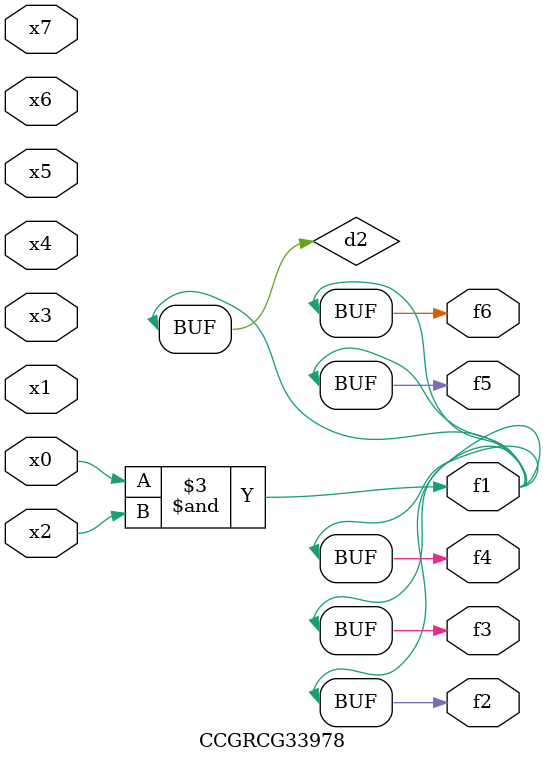
<source format=v>
module CCGRCG33978(
	input x0, x1, x2, x3, x4, x5, x6, x7,
	output f1, f2, f3, f4, f5, f6
);

	wire d1, d2;

	nor (d1, x3, x6);
	and (d2, x0, x2);
	assign f1 = d2;
	assign f2 = d2;
	assign f3 = d2;
	assign f4 = d2;
	assign f5 = d2;
	assign f6 = d2;
endmodule

</source>
